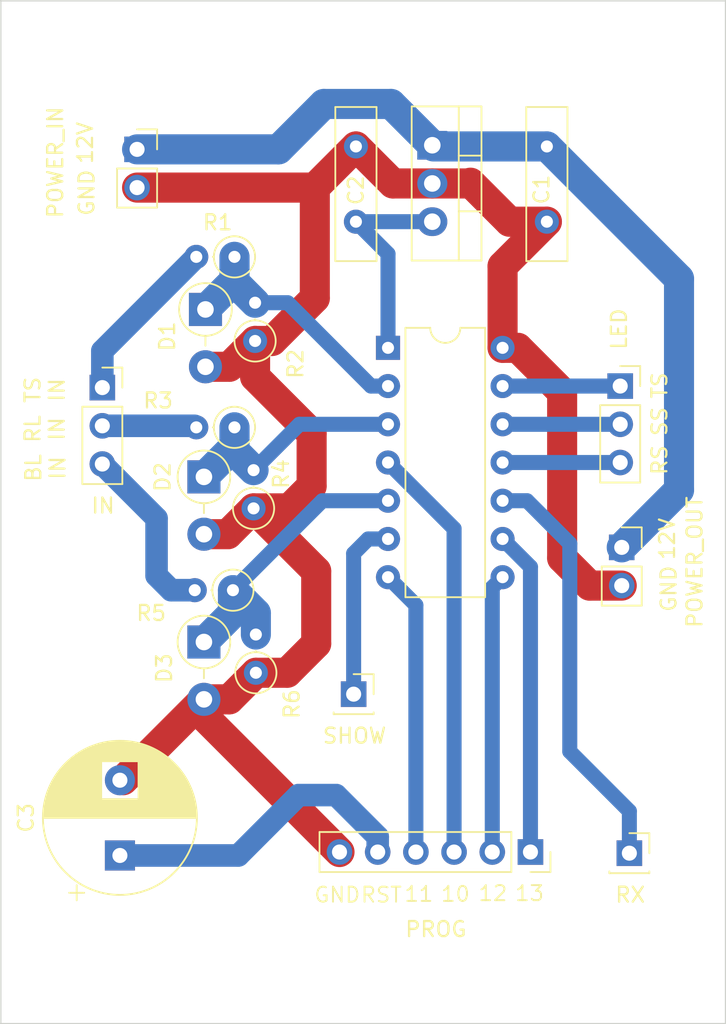
<source format=kicad_pcb>
(kicad_pcb (version 20221018) (generator pcbnew)
  (layers (0 "F.Cu" signal) (31 "B.Cu" signal) (34 "B.Paste" user) (35 "F.Paste" user) (36 "B.SilkS" user "B.Silkscreen") (37 "F.SilkS" user "F.Silkscreen") (38 "B.Mask" user) (39 "F.Mask" user) (44 "Edge.Cuts" user))
  (net 0 "")
  (net 1 "/12V_POWER")
  (net 2 "GND")
  (net 3 "/5V_LOW_POWER")
  (net 4 "/ARD_RESET")
  (net 5 "/TURN_S_TO_MCU")
  (net 6 "/RUNNING_TO_MCU")
  (net 7 "/BRAKE_S_TO_MCU")
  (net 8 "/TURN_LIGHT_IN")
  (net 9 "/RUNNING_LIGHT_IN")
  (net 10 "/BRAKE_LIGHT_IN")
  (net 11 "/(PROG) ARD_PIN_10")
  (net 12 "/(PROG) ARD_PIN_11")
  (net 13 "/(PROG) ARD_PIN_12")
  (net 14 "/(PROG) ARD_PIN_13")
  (net 15 "/RUNNING_LIGHT_OUT")
  (net 16 "/STOP_LIGHT_OUT")
  (net 17 "/TURN_LIGHT_OUT")
  (net 18 "/SHOW_MODE_TRIGGER")
  (net 19 "/RX")
  (footprint "Resistor_THT:R_Axial_DIN0207_L6.3mm_D2.5mm_P2.54mm_Vertical" (layer "F.Cu") (at 69.5452 63.246 90)
    (fp_text reference "R4" (at 2.286 1.8288 90) (layer "F.SilkS"))
    (fp_text value "10k" hide)
    (fp_line (start 1.37 0) (end 1.44 0) (stroke (width 0.12)) (layer "F.SilkS"))
    (fp_circle (center 0 0) (end 1.37 0) (stroke (width 0.12)) (fill none) (layer "F.SilkS"))
    (pad "1" thru_hole circle (at 0 0 90) (size 1.6 1.6) (drill 0.8) (layers "*.Cu" "*.Mask") (net 2 "GND"))
    (pad "2" thru_hole oval (at 2.54 0 90) (size 1.6 1.6) (drill 0.8) (layers "*.Cu" "*.Mask") (net 6 "/RUNNING_TO_MCU"))
  )
  (footprint "Resistor_THT:R_Axial_DIN0207_L6.3mm_D2.5mm_P2.54mm_Vertical" (layer "F.Cu") (at 68.1736 68.681601 180)
    (fp_text reference "R5" (at 5.4356 -1.523999) (layer "F.SilkS"))
    (fp_text value "10k" hide)
    (fp_line (start 1.37 0) (end 1.44 0) (stroke (width 0.12)) (layer "F.SilkS"))
    (fp_circle (center 0 0) (end 1.37 0) (stroke (width 0.12)) (fill none) (layer "F.SilkS"))
    (pad "1" thru_hole circle (at 0 0 180) (size 1.6 1.6) (drill 0.8) (layers "*.Cu" "*.Mask") (net 7 "/BRAKE_S_TO_MCU"))
    (pad "2" thru_hole oval (at 2.54 0 180) (size 1.6 1.6) (drill 0.8) (layers "*.Cu" "*.Mask") (net 10 "/BRAKE_LIGHT_IN"))
  )
  (footprint "Connector_PinSocket_2.54mm:PinSocket_1x06_P2.54mm_Vertical" (layer "F.Cu") (at 87.9606 86.0802 -90)
    (fp_text reference "J3" hide)
    (fp_text value "PROG")
    (fp_line (start -1.33 1.27) (end -1.33 14.03) (stroke (width 0.12)) (layer "F.SilkS"))
    (fp_line (start -1.33 1.27) (end 1.33 1.27) (stroke (width 0.12)) (layer "F.SilkS"))
    (fp_line (start -1.33 14.03) (end 1.33 14.03) (stroke (width 0.12)) (layer "F.SilkS"))
    (fp_line (start 0 -1.33) (end 1.33 -1.33) (stroke (width 0.12)) (layer "F.SilkS"))
    (fp_line (start 1.33 -1.33) (end 1.33 0) (stroke (width 0.12)) (layer "F.SilkS"))
    (fp_line (start 1.33 1.27) (end 1.33 14.03) (stroke (width 0.12)) (layer "F.SilkS"))
    (pad "1" thru_hole rect (at 0 0 270) (size 1.7 1.7) (drill 1) (layers "*.Cu" "*.Mask") (net 14 "/(PROG) ARD_PIN_13"))
    (pad "2" thru_hole oval (at 0 2.54 270) (size 1.7 1.7) (drill 1) (layers "*.Cu" "*.Mask") (net 13 "/(PROG) ARD_PIN_12"))
    (pad "3" thru_hole oval (at 0 5.08 270) (size 1.7 1.7) (drill 1) (layers "*.Cu" "*.Mask") (net 11 "/(PROG) ARD_PIN_10"))
    (pad "4" thru_hole oval (at 0 7.62 270) (size 1.7 1.7) (drill 1) (layers "*.Cu" "*.Mask") (net 12 "/(PROG) ARD_PIN_11"))
    (pad "5" thru_hole oval (at 0 10.16 270) (size 1.7 1.7) (drill 1) (layers "*.Cu" "*.Mask") (net 4 "/ARD_RESET"))
    (pad "6" thru_hole oval (at 0 12.7 270) (size 1.7 1.7) (drill 1) (layers "*.Cu" "*.Mask") (net 2 "GND"))
  )
  (footprint "Resistor_THT:R_Axial_DIN0207_L6.3mm_D2.5mm_P2.54mm_Vertical" (layer "F.Cu") (at 68.2752 57.8612 180)
    (fp_text reference "R3" (at 5.08 1.778) (layer "F.SilkS"))
    (fp_text value "10k" hide)
    (fp_line (start 1.37 0) (end 1.44 0) (stroke (width 0.12)) (layer "F.SilkS"))
    (fp_circle (center 0 0) (end 1.37 0) (stroke (width 0.12)) (fill none) (layer "F.SilkS"))
    (pad "1" thru_hole circle (at 0 0 180) (size 1.6 1.6) (drill 0.8) (layers "*.Cu" "*.Mask") (net 6 "/RUNNING_TO_MCU"))
    (pad "2" thru_hole oval (at 2.54 0 180) (size 1.6 1.6) (drill 0.8) (layers "*.Cu" "*.Mask") (net 9 "/RUNNING_LIGHT_IN"))
  )
  (footprint "Connector_PinSocket_2.54mm:PinSocket_1x01_P2.54mm_Vertical" (layer "F.Cu") (at 94.5388 86.1568)
    (fp_text reference "J7" hide)
    (fp_text value "RX")
    (fp_line (start -1.33 1.21) (end -1.33 1.33) (stroke (width 0.12)) (layer "F.SilkS"))
    (fp_line (start -1.33 1.33) (end 1.33 1.33) (stroke (width 0.12)) (layer "F.SilkS"))
    (fp_line (start 0 -1.33) (end 1.33 -1.33) (stroke (width 0.12)) (layer "F.SilkS"))
    (fp_line (start 1.33 -1.33) (end 1.33 0) (stroke (width 0.12)) (layer "F.SilkS"))
    (fp_line (start 1.33 1.21) (end 1.33 1.33) (stroke (width 0.12)) (layer "F.SilkS"))
    (pad "1" thru_hole rect (at 0 0) (size 1.7 1.7) (drill 1) (layers "*.Cu" "*.Mask") (net 19 "/RX"))
  )
  (footprint "MountingHole:MountingHole_2.2mm_M2" (layer "F.Cu") (at 96.8248 94.1324)
    (fp_text reference "REF**" hide)
    (fp_text value "MountingHole_2.2mm_M2" hide)
    (pad "" np_thru_hole circle (at 0 0) (size 2.2 2.2) (drill 2.2) (layers "*.Cu" "*.Mask"))
  )
  (footprint "Resistor_THT:R_Axial_DIN0207_L6.3mm_D2.5mm_P2.54mm_Vertical" (layer "F.Cu") (at 69.6468 52.1208 90)
    (fp_text reference "R2" (at -1.524 2.6924 90) (layer "F.SilkS"))
    (fp_text value "10k" hide)
    (fp_line (start 1.37 0) (end 1.44 0) (stroke (width 0.12)) (layer "F.SilkS"))
    (fp_circle (center 0 0) (end 1.37 0) (stroke (width 0.12)) (fill none) (layer "F.SilkS"))
    (pad "1" thru_hole circle (at 0 0 90) (size 1.6 1.6) (drill 0.8) (layers "*.Cu" "*.Mask") (net 2 "GND"))
    (pad "2" thru_hole oval (at 2.54 0 90) (size 1.6 1.6) (drill 0.8) (layers "*.Cu" "*.Mask") (net 5 "/TURN_S_TO_MCU"))
  )
  (footprint "Capacitor_THT:CP_Radial_D10.0mm_P5.00mm" (layer "F.Cu") (at 60.6552 86.3092 90)
    (fp_text reference "C3" (at 2.5 -6.25 90) (layer "F.SilkS"))
    (fp_text value "10uF")
    (fp_line (start -2.979646 -2.875) (end -1.979646 -2.875) (stroke (width 0.12)) (layer "F.SilkS"))
    (fp_line (start -2.479646 -3.375) (end -2.479646 -2.375) (stroke (width 0.12)) (layer "F.SilkS"))
    (fp_line (start 2.5 -5.08) (end 2.5 5.08) (stroke (width 0.12)) (layer "F.SilkS"))
    (fp_line (start 2.54 -5.08) (end 2.54 5.08) (stroke (width 0.12)) (layer "F.SilkS"))
    (fp_line (start 2.58 -5.08) (end 2.58 5.08) (stroke (width 0.12)) (layer "F.SilkS"))
    (fp_line (start 2.62 -5.079) (end 2.62 5.079) (stroke (width 0.12)) (layer "F.SilkS"))
    (fp_line (start 2.66 -5.078) (end 2.66 5.078) (stroke (width 0.12)) (layer "F.SilkS"))
    (fp_line (start 2.7 -5.077) (end 2.7 5.077) (stroke (width 0.12)) (layer "F.SilkS"))
    (fp_line (start 2.74 -5.075) (end 2.74 5.075) (stroke (width 0.12)) (layer "F.SilkS"))
    (fp_line (start 2.78 -5.073) (end 2.78 5.073) (stroke (width 0.12)) (layer "F.SilkS"))
    (fp_line (start 2.82 -5.07) (end 2.82 5.07) (stroke (width 0.12)) (layer "F.SilkS"))
    (fp_line (start 2.86 -5.068) (end 2.86 5.068) (stroke (width 0.12)) (layer "F.SilkS"))
    (fp_line (start 2.9 -5.065) (end 2.9 5.065) (stroke (width 0.12)) (layer "F.SilkS"))
    (fp_line (start 2.94 -5.062) (end 2.94 5.062) (stroke (width 0.12)) (layer "F.SilkS"))
    (fp_line (start 2.98 -5.058) (end 2.98 5.058) (stroke (width 0.12)) (layer "F.SilkS"))
    (fp_line (start 3.02 -5.054) (end 3.02 5.054) (stroke (width 0.12)) (layer "F.SilkS"))
    (fp_line (start 3.06 -5.05) (end 3.06 5.05) (stroke (width 0.12)) (layer "F.SilkS"))
    (fp_line (start 3.1 -5.045) (end 3.1 5.045) (stroke (width 0.12)) (layer "F.SilkS"))
    (fp_line (start 3.14 -5.04) (end 3.14 5.04) (stroke (width 0.12)) (layer "F.SilkS"))
    (fp_line (start 3.18 -5.035) (end 3.18 5.035) (stroke (width 0.12)) (layer "F.SilkS"))
    (fp_line (start 3.221 -5.03) (end 3.221 5.03) (stroke (width 0.12)) (layer "F.SilkS"))
    (fp_line (start 3.261 -5.024) (end 3.261 5.024) (stroke (width 0.12)) (layer "F.SilkS"))
    (fp_line (start 3.301 -5.018) (end 3.301 5.018) (stroke (width 0.12)) (layer "F.SilkS"))
    (fp_line (start 3.341 -5.011) (end 3.341 5.011) (stroke (width 0.12)) (layer "F.SilkS"))
    (fp_line (start 3.381 -5.004) (end 3.381 5.004) (stroke (width 0.12)) (layer "F.SilkS"))
    (fp_line (start 3.421 -4.997) (end 3.421 4.997) (stroke (width 0.12)) (layer "F.SilkS"))
    (fp_line (start 3.461 -4.99) (end 3.461 4.99) (stroke (width 0.12)) (layer "F.SilkS"))
    (fp_line (start 3.501 -4.982) (end 3.501 4.982) (stroke (width 0.12)) (layer "F.SilkS"))
    (fp_line (start 3.541 -4.974) (end 3.541 4.974) (stroke (width 0.12)) (layer "F.SilkS"))
    (fp_line (start 3.581 -4.965) (end 3.581 4.965) (stroke (width 0.12)) (layer "F.SilkS"))
    (fp_line (start 3.621 -4.956) (end 3.621 4.956) (stroke (width 0.12)) (layer "F.SilkS"))
    (fp_line (start 3.661 -4.947) (end 3.661 4.947) (stroke (width 0.12)) (layer "F.SilkS"))
    (fp_line (start 3.701 -4.938) (end 3.701 4.938) (stroke (width 0.12)) (layer "F.SilkS"))
    (fp_line (start 3.741 -4.928) (end 3.741 4.928) (stroke (width 0.12)) (layer "F.SilkS"))
    (fp_line (start 3.781 -4.918) (end 3.781 -1.241) (stroke (width 0.12)) (layer "F.SilkS"))
    (fp_line (start 3.781 1.241) (end 3.781 4.918) (stroke (width 0.12)) (layer "F.SilkS"))
    (fp_line (start 3.821 -4.907) (end 3.821 -1.241) (stroke (width 0.12)) (layer "F.SilkS"))
    (fp_line (start 3.821 1.241) (end 3.821 4.907) (stroke (width 0.12)) (layer "F.SilkS"))
    (fp_line (start 3.861 -4.897) (end 3.861 -1.241) (stroke (width 0.12)) (layer "F.SilkS"))
    (fp_line (start 3.861 1.241) (end 3.861 4.897) (stroke (width 0.12)) (layer "F.SilkS"))
    (fp_line (start 3.901 -4.885) (end 3.901 -1.241) (stroke (width 0.12)) (layer "F.SilkS"))
    (fp_line (start 3.901 1.241) (end 3.901 4.885) (stroke (width 0.12)) (layer "F.SilkS"))
    (fp_line (start 3.941 -4.874) (end 3.941 -1.241) (stroke (width 0.12)) (layer "F.SilkS"))
    (fp_line (start 3.941 1.241) (end 3.941 4.874) (stroke (width 0.12)) (layer "F.SilkS"))
    (fp_line (start 3.981 -4.862) (end 3.981 -1.241) (stroke (width 0.12)) (layer "F.SilkS"))
    (fp_line (start 3.981 1.241) (end 3.981 4.862) (stroke (width 0.12)) (layer "F.SilkS"))
    (fp_line (start 4.021 -4.85) (end 4.021 -1.241) (stroke (width 0.12)) (layer "F.SilkS"))
    (fp_line (start 4.021 1.241) (end 4.021 4.85) (stroke (width 0.12)) (layer "F.SilkS"))
    (fp_line (start 4.061 -4.837) (end 4.061 -1.241) (stroke (width 0.12)) (layer "F.SilkS"))
    (fp_line (start 4.061 1.241) (end 4.061 4.837) (stroke (width 0.12)) (layer "F.SilkS"))
    (fp_line (start 4.101 -4.824) (end 4.101 -1.241) (stroke (width 0.12)) (layer "F.SilkS"))
    (fp_line (start 4.101 1.241) (end 4.101 4.824) (stroke (width 0.12)) (layer "F.SilkS"))
    (fp_line (start 4.141 -4.811) (end 4.141 -1.241) (stroke (width 0.12)) (layer "F.SilkS"))
    (fp_line (start 4.141 1.241) (end 4.141 4.811) (stroke (width 0.12)) (layer "F.SilkS"))
    (fp_line (start 4.181 -4.797) (end 4.181 -1.241) (stroke (width 0.12)) (layer "F.SilkS"))
    (fp_line (start 4.181 1.241) (end 4.181 4.797) (stroke (width 0.12)) (layer "F.SilkS"))
    (fp_line (start 4.221 -4.783) (end 4.221 -1.241) (stroke (width 0.12)) (layer "F.SilkS"))
    (fp_line (start 4.221 1.241) (end 4.221 4.783) (stroke (width 0.12)) (layer "F.SilkS"))
    (fp_line (start 4.261 -4.768) (end 4.261 -1.241) (stroke (width 0.12)) (layer "F.SilkS"))
    (fp_line (start 4.261 1.241) (end 4.261 4.768) (stroke (width 0.12)) (layer "F.SilkS"))
    (fp_line (start 4.301 -4.754) (end 4.301 -1.241) (stroke (width 0.12)) (layer "F.SilkS"))
    (fp_line (start 4.301 1.241) (end 4.301 4.754) (stroke (width 0.12)) (layer "F.SilkS"))
    (fp_line (start 4.341 -4.738) (end 4.341 -1.241) (stroke (width 0.12)) (layer "F.SilkS"))
    (fp_line (start 4.341 1.241) (end 4.341 4.738) (stroke (width 0.12)) (layer "F.SilkS"))
    (fp_line (start 4.381 -4.723) (end 4.381 -1.241) (stroke (width 0.12)) (layer "F.SilkS"))
    (fp_line (start 4.381 1.241) (end 4.381 4.723) (stroke (width 0.12)) (layer "F.SilkS"))
    (fp_line (start 4.421 -4.707) (end 4.421 -1.241) (stroke (width 0.12)) (layer "F.SilkS"))
    (fp_line (start 4.421 1.241) (end 4.421 4.707) (stroke (width 0.12)) (layer "F.SilkS"))
    (fp_line (start 4.461 -4.69) (end 4.461 -1.241) (stroke (width 0.12)) (layer "F.SilkS"))
    (fp_line (start 4.461 1.241) (end 4.461 4.69) (stroke (width 0.12)) (layer "F.SilkS"))
    (fp_line (start 4.501 -4.674) (end 4.501 -1.241) (stroke (width 0.12)) (layer "F.SilkS"))
    (fp_line (start 4.501 1.241) (end 4.501 4.674) (stroke (width 0.12)) (layer "F.SilkS"))
    (fp_line (start 4.541 -4.657) (end 4.541 -1.241) (stroke (width 0.12)) (layer "F.SilkS"))
    (fp_line (start 4.541 1.241) (end 4.541 4.657) (stroke (width 0.12)) (layer "F.SilkS"))
    (fp_line (start 4.581 -4.639) (end 4.581 -1.241) (stroke (width 0.12)) (layer "F.SilkS"))
    (fp_line (start 4.581 1.241) (end 4.581 4.639) (stroke (width 0.12)) (layer "F.SilkS"))
    (fp_line (start 4.621 -4.621) (end 4.621 -1.241) (stroke (width 0.12)) (layer "F.SilkS"))
    (fp_line (start 4.621 1.241) (end 4.621 4.621) (stroke (width 0.12)) (layer "F.SilkS"))
    (fp_line (start 4.661 -4.603) (end 4.661 -1.241) (stroke (width 0.12)) (layer "F.SilkS"))
    (fp_line (start 4.661 1.241) (end 4.661 4.603) (stroke (width 0.12)) (layer "F.SilkS"))
    (fp_line (start 4.701 -4.584) (end 4.701 -1.241) (stroke (width 0.12)) (layer "F.SilkS"))
    (fp_line (start 4.701 1.241) (end 4.701 4.584) (stroke (width 0.12)) (layer "F.SilkS"))
    (fp_line (start 4.741 -4.564) (end 4.741 -1.241) (stroke (width 0.12)) (layer "F.SilkS"))
    (fp_line (start 4.741 1.241) (end 4.741 4.564) (stroke (width 0.12)) (layer "F.SilkS"))
    (fp_line (start 4.781 -4.545) (end 4.781 -1.241) (stroke (width 0.12)) (layer "F.SilkS"))
    (fp_line (start 4.781 1.241) (end 4.781 4.545) (stroke (width 0.12)) (layer "F.SilkS"))
    (fp_line (start 4.821 -4.525) (end 4.821 -1.241) (stroke (width 0.12)) (layer "F.SilkS"))
    (fp_line (start 4.821 1.241) (end 4.821 4.525) (stroke (width 0.12)) (layer "F.SilkS"))
    (fp_line (start 4.861 -4.504) (end 4.861 -1.241) (stroke (width 0.12)) (layer "F.SilkS"))
    (fp_line (start 4.861 1.241) (end 4.861 4.504) (stroke (width 0.12)) (layer "F.SilkS"))
    (fp_line (start 4.901 -4.483) (end 4.901 -1.241) (stroke (width 0.12)) (layer "F.SilkS"))
    (fp_line (start 4.901 1.241) (end 4.901 4.483) (stroke (width 0.12)) (layer "F.SilkS"))
    (fp_line (start 4.941 -4.462) (end 4.941 -1.241) (stroke (width 0.12)) (layer "F.SilkS"))
    (fp_line (start 4.941 1.241) (end 4.941 4.462) (stroke (width 0.12)) (layer "F.SilkS"))
    (fp_line (start 4.981 -4.44) (end 4.981 -1.241) (stroke (width 0.12)) (layer "F.SilkS"))
    (fp_line (start 4.981 1.241) (end 4.981 4.44) (stroke (width 0.12)) (layer "F.SilkS"))
    (fp_line (start 5.021 -4.417) (end 5.021 -1.241) (stroke (width 0.12)) (layer "F.SilkS"))
    (fp_line (start 5.021 1.241) (end 5.021 4.417) (stroke (width 0.12)) (layer "F.SilkS"))
    (fp_line (start 5.061 -4.395) (end 5.061 -1.241) (stroke (width 0.12)) (layer "F.SilkS"))
    (fp_line (start 5.061 1.241) (end 5.061 4.395) (stroke (width 0.12)) (layer "F.SilkS"))
    (fp_line (start 5.101 -4.371) (end 5.101 -1.241) (stroke (width 0.12)) (layer "F.SilkS"))
    (fp_line (start 5.101 1.241) (end 5.101 4.371) (stroke (width 0.12)) (layer "F.SilkS"))
    (fp_line (start 5.141 -4.347) (end 5.141 -1.241) (stroke (width 0.12)) (layer "F.SilkS"))
    (fp_line (start 5.141 1.241) (end 5.141 4.347) (stroke (width 0.12)) (layer "F.SilkS"))
    (fp_line (start 5.181 -4.323) (end 5.181 -1.241) (stroke (width 0.12)) (layer "F.SilkS"))
    (fp_line (start 5.181 1.241) (end 5.181 4.323) (stroke (width 0.12)) (layer "F.SilkS"))
    (fp_line (start 5.221 -4.298) (end 5.221 -1.241) (stroke (width 0.12)) (layer "F.SilkS"))
    (fp_line (start 5.221 1.241) (end 5.221 4.298) (stroke (width 0.12)) (layer "F.SilkS"))
    (fp_line (start 5.261 -4.273) (end 5.261 -1.241) (stroke (width 0.12)) (layer "F.SilkS"))
    (fp_line (start 5.261 1.241) (end 5.261 4.273) (stroke (width 0.12)) (layer "F.SilkS"))
    (fp_line (start 5.301 -4.247) (end 5.301 -1.241) (stroke (width 0.12)) (layer "F.SilkS"))
    (fp_line (start 5.301 1.241) (end 5.301 4.247) (stroke (width 0.12)) (layer "F.SilkS"))
    (fp_line (start 5.341 -4.221) (end 5.341 -1.241) (stroke (width 0.12)) (layer "F.SilkS"))
    (fp_line (start 5.341 1.241) (end 5.341 4.221) (stroke (width 0.12)) (layer "F.SilkS"))
    (fp_line (start 5.381 -4.194) (end 5.381 -1.241) (stroke (width 0.12)) (layer "F.SilkS"))
    (fp_line (start 5.381 1.241) (end 5.381 4.194) (stroke (width 0.12)) (layer "F.SilkS"))
    (fp_line (start 5.421 -4.166) (end 5.421 -1.241) (stroke (width 0.12)) (layer "F.SilkS"))
    (fp_line (start 5.421 1.241) (end 5.421 4.166) (stroke (width 0.12)) (layer "F.SilkS"))
    (fp_line (start 5.461 -4.138) (end 5.461 -1.241) (stroke (width 0.12)) (layer "F.SilkS"))
    (fp_line (start 5.461 1.241) (end 5.461 4.138) (stroke (width 0.12)) (layer "F.SilkS"))
    (fp_line (start 5.501 -4.11) (end 5.501 -1.241) (stroke (width 0.12)) (layer "F.SilkS"))
    (fp_line (start 5.501 1.241) (end 5.501 4.11) (stroke (width 0.12)) (layer "F.SilkS"))
    (fp_line (start 5.541 -4.08) (end 5.541 -1.241) (stroke (width 0.12)) (layer "F.SilkS"))
    (fp_line (start 5.541 1.241) (end 5.541 4.08) (stroke (width 0.12)) (layer "F.SilkS"))
    (fp_line (start 5.581 -4.05) (end 5.581 -1.241) (stroke (width 0.12)) (layer "F.SilkS"))
    (fp_line (start 5.581 1.241) (end 5.581 4.05) (stroke (width 0.12)) (layer "F.SilkS"))
    (fp_line (start 5.621 -4.02) (end 5.621 -1.241) (stroke (width 0.12)) (layer "F.SilkS"))
    (fp_line (start 5.621 1.241) (end 5.621 4.02) (stroke (width 0.12)) (layer "F.SilkS"))
    (fp_line (start 5.661 -3.989) (end 5.661 -1.241) (stroke (width 0.12)) (layer "F.SilkS"))
    (fp_line (start 5.661 1.241) (end 5.661 3.989) (stroke (width 0.12)) (layer "F.SilkS"))
    (fp_line (start 5.701 -3.957) (end 5.701 -1.241) (stroke (width 0.12)) (layer "F.SilkS"))
    (fp_line (start 5.701 1.241) (end 5.701 3.957) (stroke (width 0.12)) (layer "F.SilkS"))
    (fp_line (start 5.741 -3.925) (end 5.741 -1.241) (stroke (width 0.12)) (layer "F.SilkS"))
    (fp_line (start 5.741 1.241) (end 5.741 3.925) (stroke (width 0.12)) (layer "F.SilkS"))
    (fp_line (start 5.781 -3.892) (end 5.781 -1.241) (stroke (width 0.12)) (layer "F.SilkS"))
    (fp_line (start 5.781 1.241) (end 5.781 3.892) (stroke (width 0.12)) (layer "F.SilkS"))
    (fp_line (start 5.821 -3.858) (end 5.821 -1.241) (stroke (width 0.12)) (layer "F.SilkS"))
    (fp_line (start 5.821 1.241) (end 5.821 3.858) (stroke (width 0.12)) (layer "F.SilkS"))
    (fp_line (start 5.861 -3.824) (end 5.861 -1.241) (stroke (width 0.12)) (layer "F.SilkS"))
    (fp_line (start 5.861 1.241) (end 5.861 3.824) (stroke (width 0.12)) (layer "F.SilkS"))
    (fp_line (start 5.901 -3.789) (end 5.901 -1.241) (stroke (width 0.12)) (layer "F.SilkS"))
    (fp_line (start 5.901 1.241) (end 5.901 3.789) (stroke (width 0.12)) (layer "F.SilkS"))
    (fp_line (start 5.941 -3.753) (end 5.941 -1.241) (stroke (width 0.12)) (layer "F.SilkS"))
    (fp_line (start 5.941 1.241) (end 5.941 3.753) (stroke (width 0.12)) (layer "F.SilkS"))
    (fp_line (start 5.981 -3.716) (end 5.981 -1.241) (stroke (width 0.12)) (layer "F.SilkS"))
    (fp_line (start 5.981 1.241) (end 5.981 3.716) (stroke (width 0.12)) (layer "F.SilkS"))
    (fp_line (start 6.021 -3.679) (end 6.021 -1.241) (stroke (width 0.12)) (layer "F.SilkS"))
    (fp_line (start 6.021 1.241) (end 6.021 3.679) (stroke (width 0.12)) (layer "F.SilkS"))
    (fp_line (start 6.061 -3.64) (end 6.061 -1.241) (stroke (width 0.12)) (layer "F.SilkS"))
    (fp_line (start 6.061 1.241) (end 6.061 3.64) (stroke (width 0.12)) (layer "F.SilkS"))
    (fp_line (start 6.101 -3.601) (end 6.101 -1.241) (stroke (width 0.12)) (layer "F.SilkS"))
    (fp_line (start 6.101 1.241) (end 6.101 3.601) (stroke (width 0.12)) (layer "F.SilkS"))
    (fp_line (start 6.141 -3.561) (end 6.141 -1.241) (stroke (width 0.12)) (layer "F.SilkS"))
    (fp_line (start 6.141 1.241) (end 6.141 3.561) (stroke (width 0.12)) (layer "F.SilkS"))
    (fp_line (start 6.181 -3.52) (end 6.181 -1.241) (stroke (width 0.12)) (layer "F.SilkS"))
    (fp_line (start 6.181 1.241) (end 6.181 3.52) (stroke (width 0.12)) (layer "F.SilkS"))
    (fp_line (start 6.221 -3.478) (end 6.221 -1.241) (stroke (width 0.12)) (layer "F.SilkS"))
    (fp_line (start 6.221 1.241) (end 6.221 3.478) (stroke (width 0.12)) (layer "F.SilkS"))
    (fp_line (start 6.261 -3.436) (end 6.261 3.436) (stroke (width 0.12)) (layer "F.SilkS"))
    (fp_line (start 6.301 -3.392) (end 6.301 3.392) (stroke (width 0.12)) (layer "F.SilkS"))
    (fp_line (start 6.341 -3.347) (end 6.341 3.347) (stroke (width 0.12)) (layer "F.SilkS"))
    (fp_line (start 6.381 -3.301) (end 6.381 3.301) (stroke (width 0.12)) (layer "F.SilkS"))
    (fp_line (start 6.421 -3.254) (end 6.421 3.254) (stroke (width 0.12)) (layer "F.SilkS"))
    (fp_line (start 6.461 -3.206) (end 6.461 3.206) (stroke (width 0.12)) (layer "F.SilkS"))
    (fp_line (start 6.501 -3.156) (end 6.501 3.156) (stroke (width 0.12)) (layer "F.SilkS"))
    (fp_line (start 6.541 -3.106) (end 6.541 3.106) (stroke (width 0.12)) (layer "F.SilkS"))
    (fp_line (start 6.581 -3.054) (end 6.581 3.054) (stroke (width 0.12)) (layer "F.SilkS"))
    (fp_line (start 6.621 -3) (end 6.621 3) (stroke (width 0.12)) (layer "F.SilkS"))
    (fp_line (start 6.661 -2.945) (end 6.661 2.945) (stroke (width 0.12)) (layer "F.SilkS"))
    (fp_line (start 6.701 -2.889) (end 6.701 2.889) (stroke (width 0.12)) (layer "F.SilkS"))
    (fp_line (start 6.741 -2.83) (end 6.741 2.83) (stroke (width 0.12)) (layer "F.SilkS"))
    (fp_line (start 6.781 -2.77) (end 6.781 2.77) (stroke (width 0.12)) (layer "F.SilkS"))
    (fp_line (start 6.821 -2.709) (end 6.821 2.709) (stroke (width 0.12)) (layer "F.SilkS"))
    (fp_line (start 6.861 -2.645) (end 6.861 2.645) (stroke (width 0.12)) (layer "F.SilkS"))
    (fp_line (start 6.901 -2.579) (end 6.901 2.579) (stroke (width 0.12)) (layer "F.SilkS"))
    (fp_line (start 6.941 -2.51) (end 6.941 2.51) (stroke (width 0.12)) (layer "F.SilkS"))
    (fp_line (start 6.981 -2.439) (end 6.981 2.439) (stroke (width 0.12)) (layer "F.SilkS"))
    (fp_line (start 7.021 -2.365) (end 7.021 2.365) (stroke (width 0.12)) (layer "F.SilkS"))
    (fp_line (start 7.061 -2.289) (end 7.061 2.289) (stroke (width 0.12)) (layer "F.SilkS"))
    (fp_line (start 7.101 -2.209) (end 7.101 2.209) (stroke (width 0.12)) (layer "F.SilkS"))
    (fp_line (start 7.141 -2.125) (end 7.141 2.125) (stroke (width 0.12)) (layer "F.SilkS"))
    (fp_line (start 7.181 -2.037) (end 7.181 2.037) (stroke (width 0.12)) (layer "F.SilkS"))
    (fp_line (start 7.221 -1.944) (end 7.221 1.944) (stroke (width 0.12)) (layer "F.SilkS"))
    (fp_line (start 7.261 -1.846) (end 7.261 1.846) (stroke (width 0.12)) (layer "F.SilkS"))
    (fp_line (start 7.301 -1.742) (end 7.301 1.742) (stroke (width 0.12)) (layer "F.SilkS"))
    (fp_line (start 7.341 -1.63) (end 7.341 1.63) (stroke (width 0.12)) (layer "F.SilkS"))
    (fp_line (start 7.381 -1.51) (end 7.381 1.51) (stroke (width 0.12)) (layer "F.SilkS"))
    (fp_line (start 7.421 -1.378) (end 7.421 1.378) (stroke (width 0.12)) (layer "F.SilkS"))
    (fp_line (start 7.461 -1.23) (end 7.461 1.23) (stroke (width 0.12)) (layer "F.SilkS"))
    (fp_line (start 7.501 -1.062) (end 7.501 1.062) (stroke (width 0.12)) (layer "F.SilkS"))
    (fp_line (start 7.541 -0.862) (end 7.541 0.862) (stroke (width 0.12)) (layer "F.SilkS"))
    (fp_line (start 7.581 -0.599) (end 7.581 0.599) (stroke (width 0.12)) (layer "F.SilkS"))
    (fp_circle (center 2.5 0) (end 7.62 0) (stroke (width 0.12)) (fill none) (layer "F.SilkS"))
    (pad "1" thru_hole rect (at 0 0 90) (size 2 2) (drill 1) (layers "*.Cu" "*.Mask") (net 4 "/ARD_RESET"))
    (pad "2" thru_hole circle (at 5 0 90) (size 2 2) (drill 1) (layers "*.Cu" "*.Mask") (net 2 "GND"))
  )
  (footprint "Package_DIP:DIP-14_W7.62mm" (layer "F.Cu") (at 78.486 52.578)
    (fp_text reference "U1" hide)
    (fp_text value "ATtiny24-20P" hide)
    (fp_line (start 1.16 -1.33) (end 1.16 16.57) (stroke (width 0.12)) (layer "F.SilkS"))
    (fp_line (start 1.16 16.57) (end 6.46 16.57) (stroke (width 0.12)) (layer "F.SilkS"))
    (fp_line (start 2.81 -1.33) (end 1.16 -1.33) (stroke (width 0.12)) (layer "F.SilkS"))
    (fp_line (start 6.46 -1.33) (end 4.81 -1.33) (stroke (width 0.12)) (layer "F.SilkS"))
    (fp_line (start 6.46 16.57) (end 6.46 -1.33) (stroke (width 0.12)) (layer "F.SilkS"))
    (fp_arc (start 4.81 -1.33) (mid 3.81 -0.33) (end 2.81 -1.33) (stroke (width 0.12)) (layer "F.SilkS"))
    (pad "1" thru_hole rect (at 0 0) (size 1.6 1.6) (drill 0.8) (layers "*.Cu" "*.Mask") (net 3 "/5V_LOW_POWER"))
    (pad "2" thru_hole oval (at 0 2.54) (size 1.6 1.6) (drill 0.8) (layers "*.Cu" "*.Mask") (net 5 "/TURN_S_TO_MCU"))
    (pad "3" thru_hole oval (at 0 5.08) (size 1.6 1.6) (drill 0.8) (layers "*.Cu" "*.Mask") (net 6 "/RUNNING_TO_MCU"))
    (pad "4" thru_hole oval (at 0 7.62) (size 1.6 1.6) (drill 0.8) (layers "*.Cu" "*.Mask") (net 11 "/(PROG) ARD_PIN_10"))
    (pad "5" thru_hole oval (at 0 10.16) (size 1.6 1.6) (drill 0.8) (layers "*.Cu" "*.Mask") (net 7 "/BRAKE_S_TO_MCU"))
    (pad "6" thru_hole oval (at 0 12.7) (size 1.6 1.6) (drill 0.8) (layers "*.Cu" "*.Mask") (net 18 "/SHOW_MODE_TRIGGER"))
    (pad "7" thru_hole oval (at 0 15.24) (size 1.6 1.6) (drill 0.8) (layers "*.Cu" "*.Mask") (net 12 "/(PROG) ARD_PIN_11"))
    (pad "8" thru_hole oval (at 7.62 15.24) (size 1.6 1.6) (drill 0.8) (layers "*.Cu" "*.Mask") (net 13 "/(PROG) ARD_PIN_12"))
    (pad "9" thru_hole oval (at 7.62 12.7) (size 1.6 1.6) (drill 0.8) (layers "*.Cu" "*.Mask") (net 14 "/(PROG) ARD_PIN_13"))
    (pad "10" thru_hole oval (at 7.62 10.16) (size 1.6 1.6) (drill 0.8) (layers "*.Cu" "*.Mask") (net 19 "/RX"))
    (pad "11" thru_hole oval (at 7.62 7.62) (size 1.6 1.6) (drill 0.8) (layers "*.Cu" "*.Mask") (net 15 "/RUNNING_LIGHT_OUT"))
    (pad "12" thru_hole oval (at 7.62 5.08) (size 1.6 1.6) (drill 0.8) (layers "*.Cu" "*.Mask") (net 16 "/STOP_LIGHT_OUT"))
    (pad "13" thru_hole oval (at 7.62 2.54) (size 1.6 1.6) (drill 0.8) (layers "*.Cu" "*.Mask") (net 17 "/TURN_LIGHT_OUT"))
    (pad "14" thru_hole oval (at 7.62 0) (size 1.6 1.6) (drill 0.8) (layers "*.Cu" "*.Mask") (net 2 "GND"))
  )
  (footprint "Capacitor_THT:C_Disc_D10.0mm_W2.5mm_P5.00mm" (layer "F.Cu") (at 76.3524 44.196 90)
    (fp_text reference "C2" (at 2.0828 0 90) (layer "F.SilkS"))
    (fp_text value "0.1uF" hide)
    (fp_line (start -2.62 -1.37) (end -2.62 1.37) (stroke (width 0.12)) (layer "F.SilkS"))
    (fp_line (start -2.62 -1.37) (end 7.62 -1.37) (stroke (width 0.12)) (layer "F.SilkS"))
    (fp_line (start -2.62 1.37) (end 7.62 1.37) (stroke (width 0.12)) (layer "F.SilkS"))
    (fp_line (start 7.62 -1.37) (end 7.62 1.37) (stroke (width 0.12)) (layer "F.SilkS"))
    (pad "1" thru_hole circle (at 0 0 90) (size 1.6 1.6) (drill 0.8) (layers "*.Cu" "*.Mask") (net 3 "/5V_LOW_POWER"))
    (pad "2" thru_hole circle (at 5 0 90) (size 1.6 1.6) (drill 0.8) (layers "*.Cu" "*.Mask") (net 2 "GND"))
  )
  (footprint "MountingHole:MountingHole_2.2mm_M2" (layer "F.Cu") (at 56.4388 93.98)
    (fp_text reference "REF**" hide)
    (fp_text value "MountingHole_2.2mm_M2" hide)
    (pad "" np_thru_hole circle (at 0 0) (size 2.2 2.2) (drill 2.2) (layers "*.Cu" "*.Mask"))
  )
  (footprint "Package_TO_SOT_THT:TO-220-3_Vertical" (layer "F.Cu") (at 81.4324 39.116 -90)
    (fp_text reference "U2" hide)
    (fp_text value "LM7805_TO220" hide)
    (fp_line (start -2.58 -3.27) (end -2.58 1.371) (stroke (width 0.12)) (layer "F.SilkS"))
    (fp_line (start -2.58 -3.27) (end 7.66 -3.27) (stroke (width 0.12)) (layer "F.SilkS"))
    (fp_line (start -2.58 -1.76) (end 7.66 -1.76) (stroke (width 0.12)) (layer "F.SilkS"))
    (fp_line (start -2.58 1.371) (end 7.66 1.371) (stroke (width 0.12)) (layer "F.SilkS"))
    (fp_line (start 0.69 -3.27) (end 0.69 -1.76) (stroke (width 0.12)) (layer "F.SilkS"))
    (fp_line (start 4.391 -3.27) (end 4.391 -1.76) (stroke (width 0.12)) (layer "F.SilkS"))
    (fp_line (start 7.66 -3.27) (end 7.66 1.371) (stroke (width 0.12)) (layer "F.SilkS"))
    (pad "1" thru_hole rect (at 0 0 270) (size 1.905 2) (drill 1.1) (layers "*.Cu" "*.Mask") (net 1 "/12V_POWER"))
    (pad "2" thru_hole oval (at 2.54 0 270) (size 1.905 2) (drill 1.1) (layers "*.Cu" "*.Mask") (net 2 "GND"))
    (pad "3" thru_hole oval (at 5.08 0 270) (size 1.905 2) (drill 1.1) (layers "*.Cu" "*.Mask") (net 3 "/5V_LOW_POWER"))
  )
  (footprint "Resistor_THT:R_Axial_DIN0207_L6.3mm_D2.5mm_P2.54mm_Vertical" (layer "F.Cu") (at 68.2752 46.5328 180)
    (fp_text reference "R1" (at 1.1176 2.286) (layer "F.SilkS"))
    (fp_text value "10k" hide)
    (fp_line (start 1.37 0) (end 1.44 0) (stroke (width 0.12)) (layer "F.SilkS"))
    (fp_circle (center 0 0) (end 1.37 0) (stroke (width 0.12)) (fill none) (layer "F.SilkS"))
    (pad "1" thru_hole circle (at 0 0 180) (size 1.6 1.6) (drill 0.8) (layers "*.Cu" "*.Mask") (net 5 "/TURN_S_TO_MCU"))
    (pad "2" thru_hole oval (at 2.54 0 180) (size 1.6 1.6) (drill 0.8) (layers "*.Cu" "*.Mask") (net 8 "/TURN_LIGHT_IN"))
  )
  (footprint "Connector_PinSocket_2.54mm:PinSocket_1x02_P2.54mm_Vertical" (layer "F.Cu") (at 61.7978 39.39)
    (fp_text reference "J4" hide)
    (fp_text value "POWER_IN" hide)
    (fp_line (start -1.33 1.27) (end -1.33 3.87) (stroke (width 0.12)) (layer "F.SilkS"))
    (fp_line (start -1.33 1.27) (end 1.33 1.27) (stroke (width 0.12)) (layer "F.SilkS"))
    (fp_line (start -1.33 3.87) (end 1.33 3.87) (stroke (width 0.12)) (layer "F.SilkS"))
    (fp_line (start 0 -1.33) (end 1.33 -1.33) (stroke (width 0.12)) (layer "F.SilkS"))
    (fp_line (start 1.33 -1.33) (end 1.33 0) (stroke (width 0.12)) (layer "F.SilkS"))
    (fp_line (start 1.33 1.27) (end 1.33 3.87) (stroke (width 0.12)) (layer "F.SilkS"))
    (pad "1" thru_hole rect (at 0 0) (size 1.7 1.7) (drill 1) (layers "*.Cu" "*.Mask") (net 1 "/12V_POWER"))
    (pad "2" thru_hole oval (at 0 2.54) (size 1.7 1.7) (drill 1) (layers "*.Cu" "*.Mask") (net 2 "GND"))
  )
  (footprint "Diode_THT:D_DO-41_SOD81_P3.81mm_Vertical_AnodeUp" (layer "F.Cu") (at 66.2432 72.125218 -90)
    (fp_text reference "D3" (at 1.737982 2.6416 90) (layer "F.SilkS"))
    (fp_text value "1N47xxA" hide)
    (fp_line (start 1.750635 0) (end 2.41 0) (stroke (width 0.12)) (layer "F.SilkS"))
    (fp_circle (center 0 0) (end 1.750635 0) (stroke (width 0.12)) (fill none) (layer "F.SilkS"))
    (pad "1" thru_hole rect (at 0 0 270) (size 2.2 2.2) (drill 1.1) (layers "*.Cu" "*.Mask") (net 7 "/BRAKE_S_TO_MCU"))
    (pad "2" thru_hole oval (at 3.81 0 270) (size 2.2 2.2) (drill 1.1) (layers "*.Cu" "*.Mask") (net 2 "GND"))
  )
  (footprint "Connector_PinSocket_2.54mm:PinSocket_1x01_P2.54mm_Vertical" (layer "F.Cu") (at 76.2 75.5904)
    (fp_text reference "J6" hide)
    (fp_text value "SHOW")
    (fp_line (start -1.33 1.21) (end -1.33 1.33) (stroke (width 0.12)) (layer "F.SilkS"))
    (fp_line (start -1.33 1.33) (end 1.33 1.33) (stroke (width 0.12)) (layer "F.SilkS"))
    (fp_line (start 0 -1.33) (end 1.33 -1.33) (stroke (width 0.12)) (layer "F.SilkS"))
    (fp_line (start 1.33 -1.33) (end 1.33 0) (stroke (width 0.12)) (layer "F.SilkS"))
    (fp_line (start 1.33 1.21) (end 1.33 1.33) (stroke (width 0.12)) (layer "F.SilkS"))
    (pad "1" thru_hole rect (at 0 0) (size 1.7 1.7) (drill 1) (layers "*.Cu" "*.Mask") (net 18 "/SHOW_MODE_TRIGGER"))
  )
  (footprint "Resistor_THT:R_Axial_DIN0207_L6.3mm_D2.5mm_P2.54mm_Vertical" (layer "F.Cu") (at 69.6976 74.168001 90)
    (fp_text reference "R6" (at -2.082799 2.3876 90) (layer "F.SilkS"))
    (fp_text value "10k" hide)
    (fp_line (start 1.37 0) (end 1.44 0) (stroke (width 0.12)) (layer "F.SilkS"))
    (fp_circle (center 0 0) (end 1.37 0) (stroke (width 0.12)) (fill none) (layer "F.SilkS"))
    (pad "1" thru_hole circle (at 0 0 90) (size 1.6 1.6) (drill 0.8) (layers "*.Cu" "*.Mask") (net 2 "GND"))
    (pad "2" thru_hole oval (at 2.54 0 90) (size 1.6 1.6) (drill 0.8) (layers "*.Cu" "*.Mask") (net 7 "/BRAKE_S_TO_MCU"))
  )
  (footprint "MountingHole:MountingHole_2.2mm_M2" (layer "F.Cu") (at 55.9816 32.9184)
    (fp_text reference "REF**" hide)
    (fp_text value "MountingHole_2.2mm_M2" hide)
    (pad "" np_thru_hole circle (at 0 0) (size 2.2 2.2) (drill 2.2) (layers "*.Cu" "*.Mask"))
  )
  (footprint "Diode_THT:D_DO-41_SOD81_P3.81mm_Vertical_AnodeUp" (layer "F.Cu") (at 66.2432 61.152417 -90)
    (fp_text reference "D2" (at 0.010783 2.7432 90) (layer "F.SilkS"))
    (fp_text value "1N47xxA" hide)
    (fp_line (start 1.750635 0) (end 2.41 0) (stroke (width 0.12)) (layer "F.SilkS"))
    (fp_circle (center 0 0) (end 1.750635 0) (stroke (width 0.12)) (fill none) (layer "F.SilkS"))
    (pad "1" thru_hole rect (at 0 0 270) (size 2.2 2.2) (drill 1.1) (layers "*.Cu" "*.Mask") (net 6 "/RUNNING_TO_MCU"))
    (pad "2" thru_hole oval (at 3.81 0 270) (size 2.2 2.2) (drill 1.1) (layers "*.Cu" "*.Mask") (net 2 "GND"))
  )
  (footprint "Connector_PinSocket_2.54mm:PinSocket_1x03_P2.54mm_Vertical" (layer "F.Cu") (at 59.4868 55.2196)
    (fp_text reference "J2" hide)
    (fp_text value "IN")
    (fp_line (start -1.33 1.27) (end -1.33 6.41) (stroke (width 0.12)) (layer "F.SilkS"))
    (fp_line (start -1.33 1.27) (end 1.33 1.27) (stroke (width 0.12)) (layer "F.SilkS"))
    (fp_line (start -1.33 6.41) (end 1.33 6.41) (stroke (width 0.12)) (layer "F.SilkS"))
    (fp_line (start 0 -1.33) (end 1.33 -1.33) (stroke (width 0.12)) (layer "F.SilkS"))
    (fp_line (start 1.33 -1.33) (end 1.33 0) (stroke (width 0.12)) (layer "F.SilkS"))
    (fp_line (start 1.33 1.27) (end 1.33 6.41) (stroke (width 0.12)) (layer "F.SilkS"))
    (pad "1" thru_hole rect (at 0 0) (size 1.7 1.7) (drill 1) (layers "*.Cu" "*.Mask") (net 8 "/TURN_LIGHT_IN"))
    (pad "2" thru_hole oval (at 0 2.54) (size 1.7 1.7) (drill 1) (layers "*.Cu" "*.Mask") (net 9 "/RUNNING_LIGHT_IN"))
    (pad "3" thru_hole oval (at 0 5.08) (size 1.7 1.7) (drill 1) (layers "*.Cu" "*.Mask") (net 10 "/BRAKE_LIGHT_IN"))
  )
  (footprint "Connector_PinSocket_2.54mm:PinSocket_1x02_P2.54mm_Vertical" (layer "F.Cu") (at 94.0308 65.8368)
    (fp_text reference "J5" hide)
    (fp_text value "POWER_OUT")
    (fp_line (start -1.33 1.27) (end -1.33 3.87) (stroke (width 0.12)) (layer "F.SilkS"))
    (fp_line (start -1.33 1.27) (end 1.33 1.27) (stroke (width 0.12)) (layer "F.SilkS"))
    (fp_line (start -1.33 3.87) (end 1.33 3.87) (stroke (width 0.12)) (layer "F.SilkS"))
    (fp_line (start 0 -1.33) (end 1.33 -1.33) (stroke (width 0.12)) (layer "F.SilkS"))
    (fp_line (start 1.33 -1.33) (end 1.33 0) (stroke (width 0.12)) (layer "F.SilkS"))
    (fp_line (start 1.33 1.27) (end 1.33 3.87) (stroke (width 0.12)) (layer "F.SilkS"))
    (pad "1" thru_hole rect (at 0 0) (size 1.7 1.7) (drill 1) (layers "*.Cu" "*.Mask") (net 1 "/12V_POWER"))
    (pad "2" thru_hole oval (at 0 2.54) (size 1.7 1.7) (drill 1) (layers "*.Cu" "*.Mask") (net 2 "GND"))
  )
  (footprint "Diode_THT:D_DO-41_SOD81_P3.81mm_Vertical_AnodeUp" (layer "F.Cu") (at 66.3448 50.027217 -90)
    (fp_text reference "D1" (at 1.788783 2.54 90) (layer "F.SilkS"))
    (fp_text value "1N47xxA" hide)
    (fp_line (start 1.750635 0) (end 2.41 0) (stroke (width 0.12)) (layer "F.SilkS"))
    (fp_circle (center 0 0) (end 1.750635 0) (stroke (width 0.12)) (fill none) (layer "F.SilkS"))
    (pad "1" thru_hole rect (at 0 0 270) (size 2.2 2.2) (drill 1.1) (layers "*.Cu" "*.Mask") (net 5 "/TURN_S_TO_MCU"))
    (pad "2" thru_hole oval (at 3.81 0 270) (size 2.2 2.2) (drill 1.1) (layers "*.Cu" "*.Mask") (net 2 "GND"))
  )
  (footprint "MountingHole:MountingHole_2.2mm_M2" (layer "F.Cu") (at 97.7392 32.7152)
    (fp_text reference "REF**" hide)
    (fp_text value "MountingHole_2.2mm_M2" hide)
    (pad "" np_thru_hole circle (at 0 0) (size 2.2 2.2) (drill 2.2) (layers "*.Cu" "*.Mask"))
  )
  (footprint "Connector_PinSocket_2.54mm:PinSocket_1x03_P2.54mm_Vertical" (layer "F.Cu") (at 93.9292 55.118)
    (fp_text reference "J1" hide)
    (fp_text value "LED")
    (fp_line (start -1.33 1.27) (end -1.33 6.41) (stroke (width 0.12)) (layer "F.SilkS"))
    (fp_line (start -1.33 1.27) (end 1.33 1.27) (stroke (width 0.12)) (layer "F.SilkS"))
    (fp_line (start -1.33 6.41) (end 1.33 6.41) (stroke (width 0.12)) (layer "F.SilkS"))
    (fp_line (start 0 -1.33) (end 1.33 -1.33) (stroke (width 0.12)) (layer "F.SilkS"))
    (fp_line (start 1.33 -1.33) (end 1.33 0) (stroke (width 0.12)) (layer "F.SilkS"))
    (fp_line (start 1.33 1.27) (end 1.33 6.41) (stroke (width 0.12)) (layer "F.SilkS"))
    (pad "1" thru_hole rect (at 0 0) (size 1.7 1.7) (drill 1) (layers "*.Cu" "*.Mask") (net 17 "/TURN_LIGHT_OUT"))
    (pad "2" thru_hole oval (at 0 2.54) (size 1.7 1.7) (drill 1) (layers "*.Cu" "*.Mask") (net 16 "/STOP_LIGHT_OUT"))
    (pad "3" thru_hole oval (at 0 5.08) (size 1.7 1.7) (drill 1) (layers "*.Cu" "*.Mask") (net 15 "/RUNNING_LIGHT_OUT"))
  )
  (footprint "Capacitor_THT:C_Disc_D10.0mm_W2.5mm_P5.00mm" (layer "F.Cu") (at 89.0524 39.196 -90)
    (fp_text reference "C1" (at 2.8664 0.3556 90) (layer "F.SilkS"))
    (fp_text value "1uF" hide)
    (fp_line (start -2.62 -1.37) (end -2.62 1.37) (stroke (width 0.12)) (layer "F.SilkS"))
    (fp_line (start -2.62 -1.37) (end 7.62 -1.37) (stroke (width 0.12)) (layer "F.SilkS"))
    (fp_line (start -2.62 1.37) (end 7.62 1.37) (stroke (width 0.12)) (layer "F.SilkS"))
    (fp_line (start 7.62 -1.37) (end 7.62 1.37) (stroke (width 0.12)) (layer "F.SilkS"))
    (pad "1" thru_hole circle (at 0 0 270) (size 1.6 1.6) (drill 0.8) (layers "*.Cu" "*.Mask") (net 1 "/12V_POWER"))
    (pad "2" thru_hole circle (at 5 0 270) (size 1.6 1.6) (drill 0.8) (layers "*.Cu" "*.Mask") (net 2 "GND"))
  )
  (gr_rect (start 52.7304 29.5148) (end 100.9396 97.4852) (stroke (width 0.1)) (fill none) (layer "Edge.Cuts"))
  (gr_text "SS" (at 97.1296 58.5216 90) (layer "F.SilkS") (effects (font (size 1 1)) (justify left bottom)))
  (gr_text "GND" (at 97.7392 70.2056 90) (layer "F.SilkS") (effects (font (size 1 1)) (justify left bottom)))
  (gr_text "12V" (at 58.928 40.4368 90) (layer "F.SilkS") (effects (font (size 1 1)) (justify left bottom)))
  (gr_text "GND" (at 59.0296 43.8912 90) (layer "F.SilkS") (effects (font (size 1 1)) (justify left bottom)))
  (gr_text "13" (at 86.868 89.408) (layer "F.SilkS") (effects (font (size 1 1) (thickness 0.125)) (justify left bottom)))
  (gr_text "RST" (at 76.6064 89.5096) (layer "F.SilkS") (effects (font (size 1 1) (thickness 0.125)) (justify left bottom)))
  (gr_text "POWER_OUT" (at 99.4664 71.2724 90) (layer "F.SilkS") (effects (font (size 1 1)) (justify left bottom)))
  (gr_text "IN" (at 58.674 63.6524) (layer "F.SilkS") (effects (font (size 1 1)) (justify left bottom)))
  (gr_text "PROG" (at 79.5528 91.7956) (layer "F.SilkS") (effects (font (size 1 1)) (justify left bottom)))
  (gr_text "11" (at 79.502 89.4588) (layer "F.SilkS") (effects (font (size 1 1) (thickness 0.125)) (justify left bottom)))
  (gr_text "RX" (at 93.5228 89.5096) (layer "F.SilkS") (effects (font (size 1 1)) (justify left bottom)))
  (gr_text "12" (at 84.4296 89.408) (layer "F.SilkS") (effects (font (size 1 1) (thickness 0.125)) (justify left bottom)))
  (gr_text "10" (at 81.9404 89.4588) (layer "F.SilkS") (effects (font (size 1 1) (thickness 0.125)) (justify left bottom)))
  (gr_text "SHOW" (at 74.0664 78.9432) (layer "F.SilkS") (effects (font (size 1 1)) (justify left bottom)))
  (gr_text "RS" (at 97.1296 61.1124 90) (layer "F.SilkS") (effects (font (size 1 1)) (justify left bottom)))
  (gr_text "POWER_IN" (at 56.9468 44.0436 90) (layer "F.SilkS") (effects (font (size 1 1)) (justify left bottom)))
  (gr_text "TS" (at 97.1296 56.0324 90) (layer "F.SilkS") (effects (font (size 1 1)) (justify left bottom)))
  (gr_text "12V" (at 97.6376 66.7512 90) (layer "F.SilkS") (effects (font (size 1 1)) (justify left bottom)))
  (gr_text "TS\nIN" (at 57.0484 55.372 90) (layer "F.SilkS") (effects (font (size 1 1)) (justify bottom)))
  (gr_text "RL\nIN" (at 57.0484 57.9628 90) (layer "F.SilkS") (effects (font (size 1 1)) (justify bottom)))
  (gr_text "LED" (at 94.4372 52.7812 90) (layer "F.SilkS") (effects (font (size 1 1)) (justify left bottom)))
  (gr_text "BL\nIN" (at 57.0992 60.5536 90) (layer "F.SilkS") (effects (font (size 1 1)) (justify bottom)))
  (gr_text "GND" (at 73.5076 89.5096) (layer "F.SilkS") (effects (font (size 1 1) (thickness 0.125)) (justify left bottom)))
  (segment (start 81.5124 39.196) (end 81.4324 39.116) (width 1) (layer "B.Cu") (net 1))
  (segment (start 71.2016 39.39) (end 61.7978 39.39) (width 2) (layer "B.Cu") (net 1))
  (segment (start 74.2188 36.3728) (end 71.2016 39.39) (width 2) (layer "B.Cu") (net 1))
  (segment (start 81.4324 39.116) (end 78.6892 36.3728) (width 2) (layer "B.Cu") (net 1))
  (segment (start 89.0524 39.196) (end 81.5124 39.196) (width 2) (layer "B.Cu") (net 1))
  (segment (start 97.8408 47.9844) (end 89.0524 39.196) (width 2) (layer "B.Cu") (net 1))
  (segment (start 78.6892 36.3728) (end 74.2188 36.3728) (width 2) (layer "B.Cu") (net 1))
  (segment (start 97.8408 62.0268) (end 97.8408 47.9844) (width 2) (layer "B.Cu") (net 1))
  (segment (start 94.0308 65.8368) (end 97.8408 62.0268) (width 2) (layer "B.Cu") (net 1))
  (segment (start 69.6468 54.5084) (end 73.406 58.2676) (width 2) (layer "F.Cu") (net 2))
  (segment (start 67.828783 64.962417) (end 66.2432 64.962417) (width 2) (layer "F.Cu") (net 2))
  (segment (start 69.6468 52.1208) (end 69.6468 54.5084) (width 2) (layer "F.Cu") (net 2))
  (segment (start 87.122 52.578) (end 90.0684 55.5244) (width 2) (layer "F.Cu") (net 2))
  (segment (start 73.7108 72.2376) (end 71.780399 74.168001) (width 2) (layer "F.Cu") (net 2))
  (segment (start 70.77817 52.1208) (end 69.6468 52.1208) (width 2) (layer "F.Cu") (net 2))
  (segment (start 73.6184 41.93) (end 73.6184 49.28057) (width 2) (layer "F.Cu") (net 2))
  (segment (start 73.406 61.7728) (end 71.9328 63.246) (width 2) (layer "F.Cu") (net 2))
  (segment (start 83.9216 41.656) (end 81.4324 41.656) (width 2) (layer "F.Cu") (net 2))
  (segment (start 86.106 52.578) (end 87.122 52.578) (width 2) (layer "F.Cu") (net 2))
  (segment (start 67.930383 75.935218) (end 66.2432 75.935218) (width 2) (layer "F.Cu") (net 2))
  (segment (start 90.0684 55.5244) (end 90.0684 66.548) (width 2) (layer "F.Cu") (net 2))
  (segment (start 89.0524 44.196) (end 86.5632 44.196) (width 2) (layer "F.Cu") (net 2))
  (segment (start 67.930383 53.837217) (end 66.3448 53.837217) (width 2) (layer "F.Cu") (net 2))
  (segment (start 60.869218 81.3092) (end 66.2432 75.935218) (width 2) (layer "F.Cu") (net 2))
  (segment (start 73.7108 67.4116) (end 73.7108 72.2376) (width 2) (layer "F.Cu") (net 2))
  (segment (start 73.406 58.2676) (end 73.406 61.7728) (width 2) (layer "F.Cu") (net 2))
  (segment (start 86.106 47.1424) (end 89.0524 44.196) (width 2) (layer "F.Cu") (net 2))
  (segment (start 91.8972 68.3768) (end 94.0308 68.3768) (width 2) (layer "F.Cu") (net 2))
  (segment (start 86.5632 44.196) (end 83.9724 41.6052) (width 2) (layer "F.Cu") (net 2))
  (segment (start 86.106 52.578) (end 86.106 47.1424) (width 2) (layer "F.Cu") (net 2))
  (segment (start 71.9328 63.246) (end 69.5452 63.246) (width 2) (layer "F.Cu") (net 2))
  (segment (start 69.6976 74.168001) (end 67.930383 75.935218) (width 2) (layer "F.Cu") (net 2))
  (segment (start 66.2432 75.935218) (end 66.2432 77.0628) (width 2) (layer "F.Cu") (net 2))
  (segment (start 83.9724 41.6052) (end 83.9216 41.656) (width 1) (layer "F.Cu") (net 2))
  (segment (start 90.0684 66.548) (end 91.8972 68.3768) (width 2) (layer "F.Cu") (net 2))
  (segment (start 69.6468 52.1208) (end 67.930383 53.837217) (width 2) (layer "F.Cu") (net 2))
  (segment (start 81.4324 41.656) (end 78.8124 41.656) (width 2) (layer "F.Cu") (net 2))
  (segment (start 66.2432 77.0628) (end 75.2606 86.0802) (width 2) (layer "F.Cu") (net 2))
  (segment (start 60.6552 81.3092) (end 60.869218 81.3092) (width 1) (layer "F.Cu") (net 2))
  (segment (start 78.8124 41.656) (end 76.3524 39.196) (width 2) (layer "F.Cu") (net 2))
  (segment (start 69.5452 63.246) (end 73.7108 67.4116) (width 2) (layer "F.Cu") (net 2))
  (segment (start 61.7978 41.93) (end 73.6184 41.93) (width 2) (layer "F.Cu") (net 2))
  (segment (start 71.780399 74.168001) (end 69.6976 74.168001) (width 2) (layer "F.Cu") (net 2))
  (segment (start 69.5452 63.246) (end 67.828783 64.962417) (width 2) (layer "F.Cu") (net 2))
  (segment (start 73.6184 49.28057) (end 70.77817 52.1208) (width 2) (layer "F.Cu") (net 2))
  (segment (start 73.6184 41.93) (end 76.3524 39.196) (width 2) (layer "F.Cu") (net 2))
  (segment (start 78.486 52.578) (end 78.486 46.3296) (width 1) (layer "B.Cu") (net 3))
  (segment (start 78.486 46.3296) (end 76.3524 44.196) (width 1) (layer "B.Cu") (net 3))
  (segment (start 81.4324 44.196) (end 76.3524 44.196) (width 1) (layer "B.Cu") (net 3))
  (segment (start 68.5292 86.3092) (end 72.5424 82.296) (width 1.5) (layer "B.Cu") (net 4))
  (segment (start 75.0316 82.296) (end 77.8006 85.065) (width 1.5) (layer "B.Cu") (net 4))
  (segment (start 72.5424 82.296) (end 75.0316 82.296) (width 1.5) (layer "B.Cu") (net 4))
  (segment (start 77.8006 85.065) (end 77.8006 86.0802) (width 1.5) (layer "B.Cu") (net 4))
  (segment (start 60.6552 86.3092) (end 68.5292 86.3092) (width 1.5) (layer "B.Cu") (net 4))
  (segment (start 77.35463 55.118) (end 71.81743 49.5808) (width 1) (layer "B.Cu") (net 5))
  (segment (start 68.2752 46.5328) (end 68.2752 48.2092) (width 2) (layer "B.Cu") (net 5))
  (segment (start 66.3448 50.027217) (end 68.2752 48.096817) (width 2) (layer "B.Cu") (net 5))
  (segment (start 68.2752 48.096817) (end 68.2752 46.5328) (width 2) (layer "B.Cu") (net 5))
  (segment (start 68.2752 48.2092) (end 69.6468 49.5808) (width 2) (layer "B.Cu") (net 5))
  (segment (start 78.486 55.118) (end 77.35463 55.118) (width 1) (layer "B.Cu") (net 5))
  (segment (start 71.81743 49.5808) (end 69.6468 49.5808) (width 1) (layer "B.Cu") (net 5))
  (segment (start 66.2432 61.152417) (end 68.2752 59.120417) (width 2) (layer "B.Cu") (net 6))
  (segment (start 72.5932 57.658) (end 69.5452 60.706) (width 1) (layer "B.Cu") (net 6))
  (segment (start 68.2752 59.120417) (end 68.2752 57.8612) (width 2) (layer "B.Cu") (net 6))
  (segment (start 68.2752 57.8612) (end 68.2752 59.436) (width 2) (layer "B.Cu") (net 6))
  (segment (start 68.2752 59.436) (end 69.5452 60.706) (width 2) (layer "B.Cu") (net 6))
  (segment (start 78.486 57.658) (end 72.5932 57.658) (width 1) (layer "B.Cu") (net 6))
  (segment (start 78.486 62.738) (end 74.117201 62.738) (width 1) (layer "B.Cu") (net 7))
  (segment (start 69.6976 70.205601) (end 68.1736 68.681601) (width 2) (layer "B.Cu") (net 7))
  (segment (start 69.6976 71.628001) (end 69.6976 70.205601) (width 2) (layer "B.Cu") (net 7))
  (segment (start 74.117201 62.738) (end 68.1736 68.681601) (width 1) (layer "B.Cu") (net 7))
  (segment (start 66.2432 72.125218) (end 68.1736 70.194818) (width 2) (layer "B.Cu") (net 7))
  (segment (start 68.1736 70.194818) (end 68.1736 68.681601) (width 2) (layer "B.Cu") (net 7))
  (segment (start 59.4868 52.7812) (end 65.7352 46.5328) (width 1.5) (layer "B.Cu") (net 8))
  (segment (start 59.4868 55.2196) (end 59.4868 52.7812) (width 1.5) (layer "B.Cu") (net 8))
  (segment (start 65.6336 57.7596) (end 65.7352 57.8612) (width 1) (layer "B.Cu") (net 9))
  (segment (start 59.4868 57.7596) (end 65.6336 57.7596) (width 1.5) (layer "B.Cu") (net 9))
  (segment (start 63.0936 67.7164) (end 64.058801 68.681601) (width 1.5) (layer "B.Cu") (net 10))
  (segment (start 64.058801 68.681601) (end 65.6336 68.681601) (width 1.5) (layer "B.Cu") (net 10))
  (segment (start 59.4868 60.2996) (end 63.0936 63.9064) (width 1.5) (layer "B.Cu") (net 10))
  (segment (start 63.0936 63.9064) (end 63.0936 67.7164) (width 1.5) (layer "B.Cu") (net 10))
  (segment (start 82.8806 64.5926) (end 78.486 60.198) (width 1) (layer "B.Cu") (net 11))
  (segment (start 82.8806 86.0802) (end 82.8806 64.5926) (width 1) (layer "B.Cu") (net 11))
  (segment (start 80.3406 86.0802) (end 80.3406 69.6726) (width 1) (layer "B.Cu") (net 12))
  (segment (start 80.3406 69.6726) (end 78.486 67.818) (width 1) (layer "B.Cu") (net 12))
  (segment (start 85.4206 86.0802) (end 85.4206 68.5034) (width 1) (layer "B.Cu") (net 13))
  (segment (start 85.4206 68.5034) (end 86.106 67.818) (width 1) (layer "B.Cu") (net 13))
  (segment (start 87.9606 67.1326) (end 86.106 65.278) (width 1) (layer "B.Cu") (net 14))
  (segment (start 87.9606 86.0802) (end 87.9606 67.1326) (width 1) (layer "B.Cu") (net 14))
  (segment (start 86.106 60.198) (end 93.9292 60.198) (width 1) (layer "B.Cu") (net 15))
  (segment (start 86.106 57.658) (end 93.9292 57.658) (width 1) (layer "B.Cu") (net 16))
  (segment (start 86.106 55.118) (end 93.9292 55.118) (width 1) (layer "B.Cu") (net 17))
  (segment (start 76.2 66.2432) (end 76.2 75.5904) (width 1) (layer "B.Cu") (net 18))
  (segment (start 77.1652 65.278) (end 76.2 66.2432) (width 1) (layer "B.Cu") (net 18))
  (segment (start 78.486 65.278) (end 77.1652 65.278) (width 1) (layer "B.Cu") (net 18))
  (segment (start 94.5388 83.3628) (end 94.5388 86.1568) (width 1) (layer "B.Cu") (net 19))
  (segment (start 87.7316 62.738) (end 90.5764 65.5828) (width 1) (layer "B.Cu") (net 19))
  (segment (start 90.5764 79.4004) (end 94.5388 83.3628) (width 1) (layer "B.Cu") (net 19))
  (segment (start 86.106 62.738) (end 87.7316 62.738) (width 1) (layer "B.Cu") (net 19))
  (segment (start 90.5764 65.5828) (end 90.5764 79.4004) (width 1) (layer "B.Cu") (net 19))
)
</source>
